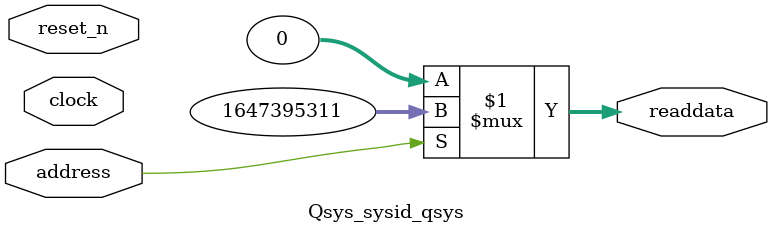
<source format=v>



// synthesis translate_off
`timescale 1ns / 1ps
// synthesis translate_on

// turn off superfluous verilog processor warnings 
// altera message_level Level1 
// altera message_off 10034 10035 10036 10037 10230 10240 10030 

module Qsys_sysid_qsys (
               // inputs:
                address,
                clock,
                reset_n,

               // outputs:
                readdata
             )
;

  output  [ 31: 0] readdata;
  input            address;
  input            clock;
  input            reset_n;

  wire    [ 31: 0] readdata;
  //control_slave, which is an e_avalon_slave
  assign readdata = address ? 1647395311 : 0;

endmodule



</source>
